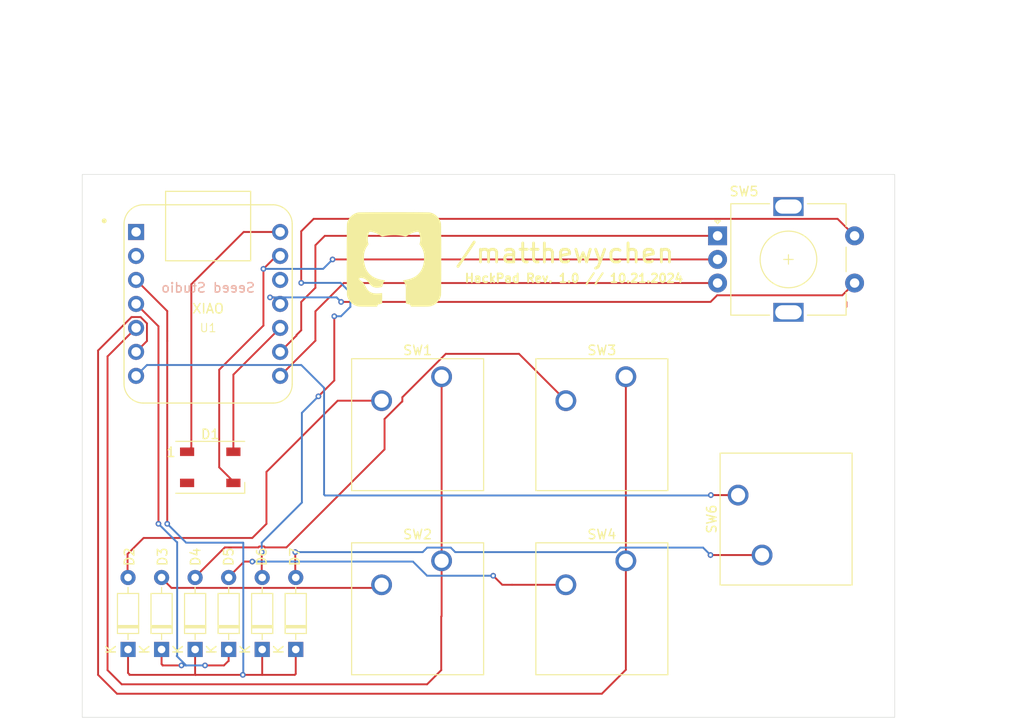
<source format=kicad_pcb>
(kicad_pcb (version 20240108) (generator "pcbnew") (generator_version "8.0")
  (title_block (title "HackPad") (date "2024-10-10") (rev "1.0") (company "Hack Club") (comment 1 "Matthew Chen for"))
  (layers (0 "F.Cu" signal) (31 "B.Cu" signal) (34 "B.Paste" user) (35 "F.Paste" user) (36 "B.SilkS" user "B.Silkscreen") (37 "F.SilkS" user "F.Silkscreen") (38 "B.Mask" user) (39 "F.Mask" user) (44 "Edge.Cuts" user))
  (net 0 "")
  (net 2 "Net-(D1-DIN)")
  (net 3 "GND")
  (net 4 "VCC")
  (net 5 "Net-(D2-K)")
  (net 6 "Net-(D2-A)")
  (net 7 "Net-(D3-K)")
  (net 8 "Net-(D3-A)")
  (net 9 "Net-(D4-A)")
  (net 10 "Net-(D5-A)")
  (net 11 "Net-(D6-A)")
  (net 12 "Net-(D7-A)")
  (net 13 "Net-(U1-PB09_A7_D7_RX)")
  (net 14 "Net-(U1-PA7_A8_D8_SCK)")
  (net 15 "/C3")
  (net 19 "/C0")
  (net 20 "/C2")
  (net 21 "Net-(U1-PB08_A6_D6_TX)")
  (footprint "Button_Switch_Keyboard:SW_Cherry_MX_2.00u_PCB" (layer "F.Cu") (at 169.537056 102.44 90)
    (property "Reference" "SW6" (at -2.54 -2.794 90) (layer "F.SilkS"))
    (property "Value" "SW_Push_45deg")
    (fp_line (start 4.445 -1.905) (end 4.445 12.065) (stroke (width 0.12)) (layer "F.SilkS"))
    (fp_line (start -9.525 -1.905) (end 4.445 -1.905) (stroke (width 0.12)) (layer "F.SilkS"))
    (fp_line (start 4.445 12.065) (end -9.525 12.065) (stroke (width 0.12)) (layer "F.SilkS"))
    (fp_line (start -9.525 12.065) (end -9.525 -1.905) (stroke (width 0.12)) (layer "F.SilkS"))
    (pad "" np_thru_hole circle (at -14.44 -1.92 90) (size 3.05 3.05) (drill 3.05) (layers "*.Cu" "*.Mask"))
    (pad "" np_thru_hole circle (at -14.44 13.32 90) (size 4 4) (drill 4) (layers "*.Cu" "*.Mask"))
    (pad "" np_thru_hole circle (at -7.62 5.08 90) (size 1.7 1.7) (drill 1.7) (layers "*.Cu" "*.Mask"))
    (pad "" np_thru_hole circle (at -2.54 5.08 90) (size 4 4) (drill 4) (layers "*.Cu" "*.Mask"))
    (pad "" np_thru_hole circle (at 2.54 5.08 90) (size 1.7 1.7) (drill 1.7) (layers "*.Cu" "*.Mask"))
    (pad "" np_thru_hole circle (at 9.36 -1.92 90) (size 3.05 3.05) (drill 3.05) (layers "*.Cu" "*.Mask"))
    (pad "" np_thru_hole circle (at 9.36 13.32 90) (size 4 4) (drill 4) (layers "*.Cu" "*.Mask"))
    (pad "1" thru_hole circle (at 0 0 90) (size 2.2 2.2) (drill 1.5) (layers "*.Cu" "*.Mask") (net 21 "Net-(U1-PB08_A6_D6_TX)"))
    (pad "2" thru_hole circle (at -6.35 2.54 90) (size 2.2 2.2) (drill 1.5) (layers "*.Cu" "*.Mask") (net 12 "Net-(D7-A)"))
  )
  (footprint "Button_Switch_Keyboard:SW_Cherry_MX_1.00u_PCB" (layer "F.Cu") (at 157.657056 109.4)
    (property "Reference" "SW4" (at -2.54 -2.794 0) (layer "F.SilkS"))
    (property "Value" "SW_Push_45deg")
    (fp_line (start -9.525 -1.905) (end 4.445 -1.905) (stroke (width 0.12)) (layer "F.SilkS"))
    (fp_line (start -9.525 12.065) (end -9.525 -1.905) (stroke (width 0.12)) (layer "F.SilkS"))
    (fp_line (start 4.445 -1.905) (end 4.445 12.065) (stroke (width 0.12)) (layer "F.SilkS"))
    (fp_line (start 4.445 12.065) (end -9.525 12.065) (stroke (width 0.12)) (layer "F.SilkS"))
    (pad "" np_thru_hole circle (at -7.62 5.08) (size 1.7 1.7) (drill 1.7) (layers "*.Cu" "*.Mask"))
    (pad "" np_thru_hole circle (at -2.54 5.08) (size 4 4) (drill 4) (layers "*.Cu" "*.Mask"))
    (pad "" np_thru_hole circle (at 2.54 5.08) (size 1.7 1.7) (drill 1.7) (layers "*.Cu" "*.Mask"))
    (pad "1" thru_hole circle (at 0 0) (size 2.2 2.2) (drill 1.5) (layers "*.Cu" "*.Mask") (net 20 "/C2"))
    (pad "2" thru_hole circle (at -6.35 2.54) (size 2.2 2.2) (drill 1.5) (layers "*.Cu" "*.Mask") (net 10 "Net-(D5-A)"))
  )
  (footprint "Button_Switch_Keyboard:SW_Cherry_MX_1.00u_PCB" (layer "F.Cu") (at 138.157056 109.4)
    (property "Reference" "SW2" (at -2.54 -2.794 0) (layer "F.SilkS"))
    (property "Value" "SW_Push_45deg")
    (fp_line (start -9.525 -1.905) (end 4.445 -1.905) (stroke (width 0.12)) (layer "F.SilkS"))
    (fp_line (start -9.525 12.065) (end -9.525 -1.905) (stroke (width 0.12)) (layer "F.SilkS"))
    (fp_line (start 4.445 -1.905) (end 4.445 12.065) (stroke (width 0.12)) (layer "F.SilkS"))
    (fp_line (start 4.445 12.065) (end -9.525 12.065) (stroke (width 0.12)) (layer "F.SilkS"))
    (pad "" np_thru_hole circle (at -7.62 5.08) (size 1.7 1.7) (drill 1.7) (layers "*.Cu" "*.Mask"))
    (pad "" np_thru_hole circle (at -2.54 5.08) (size 4 4) (drill 4) (layers "*.Cu" "*.Mask"))
    (pad "" np_thru_hole circle (at 2.54 5.08) (size 1.7 1.7) (drill 1.7) (layers "*.Cu" "*.Mask"))
    (pad "1" thru_hole circle (at 0 0) (size 2.2 2.2) (drill 1.5) (layers "*.Cu" "*.Mask") (net 19 "/C0"))
    (pad "2" thru_hole circle (at -6.35 2.54) (size 2.2 2.2) (drill 1.5) (layers "*.Cu" "*.Mask") (net 8 "Net-(D3-A)"))
  )
  (footprint "footprints:XIAO-Generic-Thruhole-14P-2.54-21X17.8MM" (layer "F.Cu") (at 113.443188 82.192015)
    (property "Reference" "U1" (at 0 2.54 0) (layer "F.SilkS") (effects (font (size 0.889 0.889) (thickness 0.1016))))
    (property "Value" "Seeed Studio XIAO SAMD21" (hide yes))
    (fp_line (start -8.9 -8.5) (end -8.9 8.5) (stroke (width 0.127)) (layer "F.SilkS"))
    (fp_line (start -6.9 10.5) (end 6.9 10.5) (stroke (width 0.127)) (layer "F.SilkS"))
    (fp_line (start -4.5 -11.92403) (end 4.5 -11.92403) (stroke (width 0.127)) (layer "F.SilkS"))
    (fp_line (start -4.5 -4.57073) (end -4.5 -11.92403) (stroke (width 0.127)) (layer "F.SilkS"))
    (fp_line (start 4.5 -11.92403) (end 4.5 -4.57073) (stroke (width 0.127)) (layer "F.SilkS"))
    (fp_line (start 4.5 -4.57073) (end -4.5 -4.57073) (stroke (width 0.127)) (layer "F.SilkS"))
    (fp_line (start 6.9 -10.49909) (end -6.9 -10.49909) (stroke (width 0.127)) (layer "F.SilkS"))
    (fp_line (start 8.9 8.5) (end 8.9 -8.5) (stroke (width 0.127)) (layer "F.SilkS"))
    (fp_arc (start -8.9 -8.5) (mid -8.301491 -9.901491) (end -6.9 -10.5) (stroke (width 0.12)) (layer "F.SilkS"))
    (fp_arc (start -6.9 10.5) (mid -8.301423 9.901423) (end -8.9 8.5) (stroke (width 0.12)) (layer "F.SilkS"))
    (fp_arc (start 6.9 -10.5) (mid 8.301494 -9.901494) (end 8.9 -8.5) (stroke (width 0.12)) (layer "F.SilkS"))
    (fp_arc (start 8.9 8.5) (mid 8.314214 9.914214) (end 6.9 10.5) (stroke (width 0.12)) (layer "F.SilkS"))
    (fp_circle (center -11 -8.8) (end -11 -9.054) (fill solid) (layer "F.SilkS"))
    (fp_poly (pts (xy -8.887715 -8.561705) (xy -8.884667 -8.610473) (xy -8.880603 -8.659494)) (stroke (width 0.0254)) (fill none) (layer "F.SilkS"))
    (fp_poly (pts (xy 8.889492 8.521574) (xy 8.887713 8.57085) (xy 8.884665 8.619618) (xy 8.880601 8.668639) (xy 8.875268 8.717407) (xy 8.868664 8.766175) (xy 8.861044 8.81469) (xy 8.852153 8.86295) (xy 8.842248 8.910955)) (stroke (width 0.0254)) (fill none) (layer "F.SilkS"))
    (fp_text user "Seeed Studio" (at 0 -1.712015 0) (layer "B.SilkS") (effects (justify mirror)))
    (fp_text user "XIAO" (at 0 0.5 0) (layer "F.SilkS"))
    (pad "1" thru_hole rect (at -7.625 -7.62) (size 1.7 1.7) (drill 1) (layers "*.Cu" "*.Mask"))
    (pad "2" thru_hole circle (at -7.625 -5.08) (size 1.7 1.7) (drill 1) (layers "*.Cu" "*.Mask"))
    (pad "3" thru_hole circle (at -7.625 -2.54) (size 1.7 1.7) (drill 1) (layers "*.Cu" "*.Mask") (net 5 "Net-(D2-K)"))
    (pad "4" thru_hole circle (at -7.625 0) (size 1.7 1.7) (drill 1) (layers "*.Cu" "*.Mask") (net 7 "Net-(D3-K)"))
    (pad "5" thru_hole circle (at -7.625 2.54) (size 1.7 1.7) (drill 1) (layers "*.Cu" "*.Mask") (net 19 "/C0"))
    (pad "6" thru_hole circle (at -7.625 5.08 180) (size 1.7 1.7) (drill 1) (layers "*.Cu" "*.Mask") (net 20 "/C2"))
    (pad "7" thru_hole circle (at -7.625 7.62) (size 1.7 1.7) (drill 1) (layers "*.Cu" "*.Mask") (net 21 "Net-(U1-PB08_A6_D6_TX)"))
    (pad "8" thru_hole circle (at 7.625 7.62) (size 1.7 1.7) (drill 1) (layers "*.Cu" "*.Mask") (net 13 "Net-(U1-PB09_A7_D7_RX)"))
    (pad "9" thru_hole circle (at 7.625 5.08) (size 1.7 1.7) (drill 1) (layers "*.Cu" "*.Mask") (net 14 "Net-(U1-PA7_A8_D8_SCK)"))
    (pad "10" thru_hole circle (at 7.625 2.54) (size 1.7 1.7) (drill 1) (layers "*.Cu" "*.Mask") (net 2 "Net-(D1-DIN)"))
    (pad "11" thru_hole circle (at 7.625 0) (size 1.7 1.7) (drill 1) (layers "*.Cu" "*.Mask") (net 15 "/C3"))
    (pad "12" thru_hole circle (at 7.625 -2.54) (size 1.7 1.7) (drill 1) (layers "*.Cu" "*.Mask"))
    (pad "13" thru_hole circle (at 7.625 -5.08) (size 1.7 1.7) (drill 1) (layers "*.Cu" "*.Mask") (net 3 "GND"))
    (pad "14" thru_hole circle (at 7.625 -7.62) (size 1.7 1.7) (drill 1) (layers "*.Cu" "*.Mask") (net 4 "VCC"))
  )
  (footprint "Diode_THT:D_DO-35_SOD27_P7.62mm_Horizontal" (layer "F.Cu") (at 108.517056 118.79 90)
    (property "Reference" "D3" (at 9.81 0.1 90) (layer "F.SilkS"))
    (property "Value" "D")
    (fp_line (start 5.93 -1.12) (end 1.69 -1.12) (stroke (width 0.12)) (layer "F.SilkS"))
    (fp_line (start 2.53 -1.12) (end 2.53 1.12) (stroke (width 0.12)) (layer "F.SilkS"))
    (fp_line (start 2.41 -1.12) (end 2.41 1.12) (stroke (width 0.12)) (layer "F.SilkS"))
    (fp_line (start 2.29 -1.12) (end 2.29 1.12) (stroke (width 0.12)) (layer "F.SilkS"))
    (fp_line (start 1.69 -1.12) (end 1.69 1.12) (stroke (width 0.12)) (layer "F.SilkS"))
    (fp_line (start 6.58 0) (end 5.93 0) (stroke (width 0.12)) (layer "F.SilkS"))
    (fp_line (start 1.04 0) (end 1.69 0) (stroke (width 0.12)) (layer "F.SilkS"))
    (fp_line (start 5.93 1.12) (end 5.93 -1.12) (stroke (width 0.12)) (layer "F.SilkS"))
    (fp_line (start 1.69 1.12) (end 5.93 1.12) (stroke (width 0.12)) (layer "F.SilkS"))
    (fp_text user "K" (at 0 -1.8 90) (layer "F.SilkS"))
    (pad "1" thru_hole rect (at 0 0 90) (size 1.6 1.6) (drill 0.8) (layers "*.Cu" "*.Mask") (net 7 "Net-(D3-K)"))
    (pad "2" thru_hole oval (at 7.62 0 90) (size 1.6 1.6) (drill 0.8) (layers "*.Cu" "*.Mask") (net 8 "Net-(D3-A)"))
  )
  (footprint "Button_Switch_Keyboard:SW_Cherry_MX_1.00u_PCB" (layer "F.Cu") (at 157.657056 89.9)
    (property "Reference" "SW3" (at -2.54 -2.794 0) (layer "F.SilkS"))
    (property "Value" "SW_Push_45deg")
    (fp_line (start -9.525 -1.905) (end 4.445 -1.905) (stroke (width 0.12)) (layer "F.SilkS"))
    (fp_line (start -9.525 12.065) (end -9.525 -1.905) (stroke (width 0.12)) (layer "F.SilkS"))
    (fp_line (start 4.445 -1.905) (end 4.445 12.065) (stroke (width 0.12)) (layer "F.SilkS"))
    (fp_line (start 4.445 12.065) (end -9.525 12.065) (stroke (width 0.12)) (layer "F.SilkS"))
    (pad "" np_thru_hole circle (at -7.62 5.08) (size 1.7 1.7) (drill 1.7) (layers "*.Cu" "*.Mask"))
    (pad "" np_thru_hole circle (at -2.54 5.08) (size 4 4) (drill 4) (layers "*.Cu" "*.Mask"))
    (pad "" np_thru_hole circle (at 2.54 5.08) (size 1.7 1.7) (drill 1.7) (layers "*.Cu" "*.Mask"))
    (pad "1" thru_hole circle (at 0 0) (size 2.2 2.2) (drill 1.5) (layers "*.Cu" "*.Mask") (net 20 "/C2"))
    (pad "2" thru_hole circle (at -6.35 2.54) (size 2.2 2.2) (drill 1.5) (layers "*.Cu" "*.Mask") (net 9 "Net-(D4-A)"))
  )
  (footprint "Diode_THT:D_DO-35_SOD27_P7.62mm_Horizontal" (layer "F.Cu") (at 122.717056 118.79 90)
    (property "Reference" "D7" (at 9.81 -0.1 90) (layer "F.SilkS"))
    (property "Value" "D")
    (fp_line (start 5.93 -1.12) (end 1.69 -1.12) (stroke (width 0.12)) (layer "F.SilkS"))
    (fp_line (start 2.53 -1.12) (end 2.53 1.12) (stroke (width 0.12)) (layer "F.SilkS"))
    (fp_line (start 2.41 -1.12) (end 2.41 1.12) (stroke (width 0.12)) (layer "F.SilkS"))
    (fp_line (start 2.29 -1.12) (end 2.29 1.12) (stroke (width 0.12)) (layer "F.SilkS"))
    (fp_line (start 1.69 -1.12) (end 1.69 1.12) (stroke (width 0.12)) (layer "F.SilkS"))
    (fp_line (start 6.58 0) (end 5.93 0) (stroke (width 0.12)) (layer "F.SilkS"))
    (fp_line (start 1.04 0) (end 1.69 0) (stroke (width 0.12)) (layer "F.SilkS"))
    (fp_line (start 5.93 1.12) (end 5.93 -1.12) (stroke (width 0.12)) (layer "F.SilkS"))
    (fp_line (start 1.69 1.12) (end 5.93 1.12) (stroke (width 0.12)) (layer "F.SilkS"))
    (fp_text user "K" (at 0 -1.8 90) (layer "F.SilkS"))
    (pad "1" thru_hole rect (at 0 0 90) (size 1.6 1.6) (drill 0.8) (layers "*.Cu" "*.Mask") (net 5 "Net-(D2-K)"))
    (pad "2" thru_hole oval (at 7.62 0 90) (size 1.6 1.6) (drill 0.8) (layers "*.Cu" "*.Mask") (net 12 "Net-(D7-A)"))
  )
  (footprint "Diode_THT:D_DO-35_SOD27_P7.62mm_Horizontal" (layer "F.Cu") (at 112.067056 118.79 90)
    (property "Reference" "D4" (at 9.81 0.05 90) (layer "F.SilkS"))
    (property "Value" "D")
    (fp_line (start 5.93 -1.12) (end 1.69 -1.12) (stroke (width 0.12)) (layer "F.SilkS"))
    (fp_line (start 2.53 -1.12) (end 2.53 1.12) (stroke (width 0.12)) (layer "F.SilkS"))
    (fp_line (start 2.41 -1.12) (end 2.41 1.12) (stroke (width 0.12)) (layer "F.SilkS"))
    (fp_line (start 2.29 -1.12) (end 2.29 1.12) (stroke (width 0.12)) (layer "F.SilkS"))
    (fp_line (start 1.69 -1.12) (end 1.69 1.12) (stroke (width 0.12)) (layer "F.SilkS"))
    (fp_line (start 6.58 0) (end 5.93 0) (stroke (width 0.12)) (layer "F.SilkS"))
    (fp_line (start 1.04 0) (end 1.69 0) (stroke (width 0.12)) (layer "F.SilkS"))
    (fp_line (start 5.93 1.12) (end 5.93 -1.12) (stroke (width 0.12)) (layer "F.SilkS"))
    (fp_line (start 1.69 1.12) (end 5.93 1.12) (stroke (width 0.12)) (layer "F.SilkS"))
    (fp_text user "K" (at 0 -1.8 90) (layer "F.SilkS"))
    (pad "1" thru_hole rect (at 0 0 90) (size 1.6 1.6) (drill 0.8) (layers "*.Cu" "*.Mask") (net 5 "Net-(D2-K)"))
    (pad "2" thru_hole oval (at 7.62 0 90) (size 1.6 1.6) (drill 0.8) (layers "*.Cu" "*.Mask") (net 9 "Net-(D4-A)"))
  )
  (footprint "Button_Switch_Keyboard:SW_Cherry_MX_1.00u_PCB" (layer "F.Cu") (at 138.157056 89.9)
    (property "Reference" "SW1" (at -2.54 -2.794 0) (layer "F.SilkS"))
    (property "Value" "SW_Push_45deg")
    (fp_line (start -9.525 -1.905) (end 4.445 -1.905) (stroke (width 0.12)) (layer "F.SilkS"))
    (fp_line (start -9.525 12.065) (end -9.525 -1.905) (stroke (width 0.12)) (layer "F.SilkS"))
    (fp_line (start 4.445 -1.905) (end 4.445 12.065) (stroke (width 0.12)) (layer "F.SilkS"))
    (fp_line (start 4.445 12.065) (end -9.525 12.065) (stroke (width 0.12)) (layer "F.SilkS"))
    (pad "" np_thru_hole circle (at -7.62 5.08) (size 1.7 1.7) (drill 1.7) (layers "*.Cu" "*.Mask"))
    (pad "" np_thru_hole circle (at -2.54 5.08) (size 4 4) (drill 4) (layers "*.Cu" "*.Mask"))
    (pad "" np_thru_hole circle (at 2.54 5.08) (size 1.7 1.7) (drill 1.7) (layers "*.Cu" "*.Mask"))
    (pad "1" thru_hole circle (at 0 0) (size 2.2 2.2) (drill 1.5) (layers "*.Cu" "*.Mask") (net 19 "/C0"))
    (pad "2" thru_hole circle (at -6.35 2.54) (size 2.2 2.2) (drill 1.5) (layers "*.Cu" "*.Mask") (net 6 "Net-(D2-A)"))
  )
  (footprint "Diode_THT:D_DO-35_SOD27_P7.62mm_Horizontal" (layer "F.Cu") (at 104.967056 118.79 90)
    (property "Reference" "D2" (at 9.81 0.15 90) (layer "F.SilkS"))
    (property "Value" "D")
    (fp_line (start 5.93 -1.12) (end 1.69 -1.12) (stroke (width 0.12)) (layer "F.SilkS"))
    (fp_line (start 2.53 -1.12) (end 2.53 1.12) (stroke (width 0.12)) (layer "F.SilkS"))
    (fp_line (start 2.41 -1.12) (end 2.41 1.12) (stroke (width 0.12)) (layer "F.SilkS"))
    (fp_line (start 2.29 -1.12) (end 2.29 1.12) (stroke (width 0.12)) (layer "F.SilkS"))
    (fp_line (start 1.69 -1.12) (end 1.69 1.12) (stroke (width 0.12)) (layer "F.SilkS"))
    (fp_line (start 6.58 0) (end 5.93 0) (stroke (width 0.12)) (layer "F.SilkS"))
    (fp_line (start 1.04 0) (end 1.69 0) (stroke (width 0.12)) (layer "F.SilkS"))
    (fp_line (start 5.93 1.12) (end 5.93 -1.12) (stroke (width 0.12)) (layer "F.SilkS"))
    (fp_line (start 1.69 1.12) (end 5.93 1.12) (stroke (width 0.12)) (layer "F.SilkS"))
    (fp_text user "K" (at 0 -1.8 90) (layer "F.SilkS"))
    (pad "1" thru_hole rect (at 0 0 90) (size 1.6 1.6) (drill 0.8) (layers "*.Cu" "*.Mask") (net 5 "Net-(D2-K)"))
    (pad "2" thru_hole oval (at 7.62 0 90) (size 1.6 1.6) (drill 0.8) (layers "*.Cu" "*.Mask") (net 6 "Net-(D2-A)"))
  )
  (footprint "LED_SMD:LED_WS2812B_PLCC4_5.0x5.0mm_P3.2mm" (layer "F.Cu") (at 113.667056 99.5)
    (property "Reference" "D1" (at 0 -3.5 0) (layer "F.SilkS"))
    (property "Value" "WS2812B")
    (fp_line (start -3.65 -2.75) (end 3.65 -2.75) (stroke (width 0.12)) (layer "F.SilkS"))
    (fp_line (start -3.65 2.75) (end 3.65 2.75) (stroke (width 0.12)) (layer "F.SilkS"))
    (fp_line (start 3.65 2.75) (end 3.65 1.6) (stroke (width 0.12)) (layer "F.SilkS"))
    (fp_text user "1" (at -4.15 -1.6 0) (layer "F.SilkS"))
    (pad "1" smd rect (at -2.45 -1.65) (size 1.5 0.9) (layers "F.Cu" "F.Paste" "F.Mask") (net 4 "VCC"))
    (pad "2" smd rect (at -2.45 1.65) (size 1.5 0.9) (layers "F.Cu" "F.Paste" "F.Mask"))
    (pad "3" smd rect (at 2.45 1.65) (size 1.5 0.9) (layers "F.Cu" "F.Paste" "F.Mask") (net 3 "GND"))
    (pad "4" smd rect (at 2.45 -1.65) (size 1.5 0.9) (layers "F.Cu" "F.Paste" "F.Mask") (net 2 "Net-(D1-DIN)"))
  )
  (footprint "Diode_THT:D_DO-35_SOD27_P7.62mm_Horizontal" (layer "F.Cu") (at 115.617056 118.79 90)
    (property "Reference" "D5" (at 9.81 0 90) (layer "F.SilkS"))
    (property "Value" "D")
    (fp_line (start 5.93 -1.12) (end 1.69 -1.12) (stroke (width 0.12)) (layer "F.SilkS"))
    (fp_line (start 2.53 -1.12) (end 2.53 1.12) (stroke (width 0.12)) (layer "F.SilkS"))
    (fp_line (start 2.41 -1.12) (end 2.41 1.12) (stroke (width 0.12)) (layer "F.SilkS"))
    (fp_line (start 2.29 -1.12) (end 2.29 1.12) (stroke (width 0.12)) (layer "F.SilkS"))
    (fp_line (start 1.69 -1.12) (end 1.69 1.12) (stroke (width 0.12)) (layer "F.SilkS"))
    (fp_line (start 6.58 0) (end 5.93 0) (stroke (width 0.12)) (layer "F.SilkS"))
    (fp_line (start 1.04 0) (end 1.69 0) (stroke (width 0.12)) (layer "F.SilkS"))
    (fp_line (start 5.93 1.12) (end 5.93 -1.12) (stroke (width 0.12)) (layer "F.SilkS"))
    (fp_line (start 1.69 1.12) (end 5.93 1.12) (stroke (width 0.12)) (layer "F.SilkS"))
    (fp_text user "K" (at 0 -1.8 90) (layer "F.SilkS"))
    (pad "1" thru_hole rect (at 0 0 90) (size 1.6 1.6) (drill 0.8) (layers "*.Cu" "*.Mask") (net 7 "Net-(D3-K)"))
    (pad "2" thru_hole oval (at 7.62 0 90) (size 1.6 1.6) (drill 0.8) (layers "*.Cu" "*.Mask") (net 10 "Net-(D5-A)"))
  )
  (footprint "Diode_THT:D_DO-35_SOD27_P7.62mm_Horizontal" (layer "F.Cu") (at 119.167056 118.79 90)
    (property "Reference" "D6" (at 9.81 -0.05 90) (layer "F.SilkS"))
    (property "Value" "D")
    (fp_line (start 5.93 -1.12) (end 1.69 -1.12) (stroke (width 0.12)) (layer "F.SilkS"))
    (fp_line (start 2.53 -1.12) (end 2.53 1.12) (stroke (width 0.12)) (layer "F.SilkS"))
    (fp_line (start 2.41 -1.12) (end 2.41 1.12) (stroke (width 0.12)) (layer "F.SilkS"))
    (fp_line (start 2.29 -1.12) (end 2.29 1.12) (stroke (width 0.12)) (layer "F.SilkS"))
    (fp_line (start 1.69 -1.12) (end 1.69 1.12) (stroke (width 0.12)) (layer "F.SilkS"))
    (fp_line (start 6.58 0) (end 5.93 0) (stroke (width 0.12)) (layer "F.SilkS"))
    (fp_line (start 1.04 0) (end 1.69 0) (stroke (width 0.12)) (layer "F.SilkS"))
    (fp_line (start 5.93 1.12) (end 5.93 -1.12) (stroke (width 0.12)) (layer "F.SilkS"))
    (fp_line (start 1.69 1.12) (end 5.93 1.12) (stroke (width 0.12)) (layer "F.SilkS"))
    (fp_text user "K" (at 0 -1.8 90) (layer "F.SilkS"))
    (pad "1" thru_hole rect (at 0 0 90) (size 1.6 1.6) (drill 0.8) (layers "*.Cu" "*.Mask") (net 5 "Net-(D2-K)"))
    (pad "2" thru_hole oval (at 7.62 0 90) (size 1.6 1.6) (drill 0.8) (layers "*.Cu" "*.Mask") (net 11 "Net-(D6-A)"))
  )
  (footprint "Rotary_Encoder:RotaryEncoder_Alps_EC11E-Switch_Vertical_H20mm" (layer "F.Cu") (at 167.367056 74.98)
    (property "Reference" "SW5" (at 2.8 -4.7 0) (layer "F.SilkS"))
    (property "Value" "RotaryEncoder_Switch")
    (fp_line (start -0.3 -1.6) (end 0.3 -1.6) (stroke (width 0.12)) (layer "F.SilkS"))
    (fp_line (start 0 -1.3) (end -0.3 -1.6) (stroke (width 0.12)) (layer "F.SilkS"))
    (fp_line (start 0.3 -1.6) (end 0 -1.3) (stroke (width 0.12)) (layer "F.SilkS"))
    (fp_line (start 1.4 -3.4) (end 1.4 8.4) (stroke (width 0.12)) (layer "F.SilkS"))
    (fp_line (start 5.5 -3.4) (end 1.4 -3.4) (stroke (width 0.12)) (layer "F.SilkS"))
    (fp_line (start 5.5 8.4) (end 1.4 8.4) (stroke (width 0.12)) (layer "F.SilkS"))
    (fp_line (start 7 2.5) (end 8 2.5) (stroke (width 0.12)) (layer "F.SilkS"))
    (fp_line (start 7.5 2) (end 7.5 3) (stroke (width 0.12)) (layer "F.SilkS"))
    (fp_line (start 9.5 -3.4) (end 13.6 -3.4) (stroke (width 0.12)) (layer "F.SilkS"))
    (fp_line (start 13.6 -3.4) (end 13.6 -1) (stroke (width 0.12)) (layer "F.SilkS"))
    (fp_line (start 13.6 1.2) (end 13.6 3.8) (stroke (width 0.12)) (layer "F.SilkS"))
    (fp_line (start 13.6 6) (end 13.6 8.4) (stroke (width 0.12)) (layer "F.SilkS"))
    (fp_line (start 13.6 8.4) (end 9.5 8.4) (stroke (width 0.12)) (layer "F.SilkS"))
    (fp_circle (center 7.5 2.5) (end 10.5 2.5) (stroke (width 0.12)) (fill none) (layer "F.SilkS"))
    (pad "A" thru_hole rect (at 0 0) (size 2 2) (drill 1) (layers "*.Cu" "*.Mask") (net 14 "Net-(U1-PA7_A8_D8_SCK)"))
    (pad "B" thru_hole circle (at 0 5) (size 2 2) (drill 1) (layers "*.Cu" "*.Mask") (net 13 "Net-(U1-PB09_A7_D7_RX)"))
    (pad "C" thru_hole circle (at 0 2.5) (size 2 2) (drill 1) (layers "*.Cu" "*.Mask") (net 3 "GND"))
    (pad "MP" thru_hole rect (at 7.5 -3.1) (size 3.2 2) (drill oval 2.8 1.5) (layers "*.Cu" "*.Mask"))
    (pad "MP" thru_hole rect (at 7.5 8.1) (size 3.2 2) (drill oval 2.8 1.5) (layers "*.Cu" "*.Mask"))
    (pad "S1" thru_hole circle (at 14.5 5) (size 2 2) (drill 1) (layers "*.Cu" "*.Mask") (net 15 "/C3"))
    (pad "S2" thru_hole circle (at 14.5 0) (size 2 2) (drill 1) (layers "*.Cu" "*.Mask") (net 11 "Net-(D6-A)"))
  )
  (footprint "footprints:GH LOGO" (layer "F.Cu") (at 133.117056 77.48)
    (property "Reference" "G***" (hide yes))
    (property "Value" "LOGO" (hide yes))
    (fp_poly (pts (xy 0.189553 -5.004484) (xy 0.527156 -5.004241) (xy 0.861054 -5.003768) (xy 1.188869 -5.003065) (xy 1.508224 -5.002133) (xy 1.816742 -5.000972) (xy 2.112047 -4.99958) (xy 2.391762 -4.997959) (xy 2.65351 -4.996108) (xy 2.894915 -4.994028) (xy 3.113598 -4.991717) (xy 3.307185 -4.989177) (xy 3.473297 -4.986408) (xy 3.609559 -4.983408) (xy 3.713592 -4.980179) (xy 3.783021 -4.976721) (xy 3.813632 -4.973482) (xy 4.033991 -4.910166) (xy 4.23415 -4.816644) (xy 4.41969 -4.689847) (xy 4.561867 -4.561868) (xy 4.717606 -4.384027) (xy 4.837604 -4.196048) (xy 4.924932 -3.992351) (xy 4.973481 -3.813633) (xy 4.977142 -3.776675) (xy 4.980574 -3.703017) (xy 4.983775 -3.595037) (xy 4.986747 -3.455112) (xy 4.98949 -3.285617) (xy 4.992003 -3.08893) (xy 4.994286 -2.867427) (xy 4.996339 -2.623486) (xy 4.998163 -2.359483) (xy 4.999757 -2.077795) (xy 5.001121 -1.780798) (xy 5.002256 -1.470871) (xy 5.003161 -1.150388) (xy 5.003836 -0.821728) (xy 5.004282 -0.487266) (xy 5.004498 -0.149381) (xy 5.004484 0.189553) (xy 5.004241 0.527156) (xy 5.003768 0.861054) (xy 5.003065 1.188869) (xy 5.002133 1.508224) (xy 5.000971 1.816742) (xy 4.99958 2.112047) (xy 4.997958 2.391762) (xy 4.996107 2.65351) (xy 4.994027 2.894915) (xy 4.991717 3.113598) (xy 4.989177 3.307185) (xy 4.986407 3.473297) (xy 4.983408 3.609559) (xy 4.980179 3.713592) (xy 4.97672 3.783021) (xy 4.973481 3.813632) (xy 4.910165 4.033991) (xy 4.816643 4.23415) (xy 4.689846 4.41969) (xy 4.561867 4.561867) (xy 4.424786 4.687203) (xy 4.288808 4.785073) (xy 4.140724 4.864373) (xy 4.06331 4.897711) (xy 4.006049 4.920183) (xy 3.952163 4.939151) (xy 3.89783 4.95491) (xy 3.839229 4.96776) (xy 3.77254 4.977996) (xy 3.693943 4.985918) (xy 3.599616 4.991823) (xy 3.485739 4.996007) (xy 3.348492 4.998769) (xy 3.184053 5.000406) (xy 2.988603 5.001215) (xy 2.75832 5.001495) (xy 2.7305 5.001507) (xy 1.778 5.001846) (xy 1.777927 4.957884) (xy 1.764749 4.902943) (xy 1.732312 4.840854) (xy 1.691033 4.789158) (xy 1.666699 4.770608) (xy 1.628694 4.758089) (xy 1.567087 4.745278) (xy 1.51423 4.737437) (xy 1.420547 4.723378) (xy 1.35677 4.706077) (xy 1.313732 4.681795) (xy 1.282265 4.646792) (xy 1.278581 4.641313) (xy 1.270669 4.626128) (xy 1.264173 4.604607) (xy 1.258972 4.573163) (xy 1.254948 4.528204) (xy 1.251982 4.466143) (xy 1.249956 4.38339) (xy 1.24875 4.276356) (xy 1.248246 4.141452) (xy 1.248325 3.975087) (xy 1.248867 3.773674) (xy 1.248959 3.746557) (xy 1.249576 3.540935) (xy 1.249773 3.370273) (xy 1.249398 3.230457) (xy 1.248298 3.117369) (xy 1.24632 3.026895) (xy 1.243313 2.954918) (xy 1.239123 2.897324) (xy 1.233597 2.849996) (xy 1.226583 2.80882) (xy 1.217928 2.769678) (xy 1.211806 2.745154) (xy 1.15698 2.570927) (xy 1.08871 2.427485) (xy 1.00457 2.308894) (xy 0.967016 2.262835) (xy 0.944097 2.230409) (xy 0.940408 2.220359) (xy 0.961149 2.215338) (xy 1.013565 2.204905) (xy 1.090832 2.190355) (xy 1.186128 2.172988) (xy 1.240692 2.163248) (xy 1.544158 2.098271) (xy 1.81501 2.016108) (xy 2.056409 1.915293) (xy 2.271517 1.794357) (xy 2.463497 1.651833) (xy 2.584873 1.539388) (xy 2.755773 1.338933) (xy 2.898886 1.111341) (xy 3.01389 0.85727) (xy 3.100463 0.577378) (xy 3.136276 0.410307) (xy 3.15524 0.279429) (xy 3.169264 0.126619) (xy 3.178157 -0.038243) (xy 3.181729 -0.205277) (xy 3.179788 -0.364603) (xy 3.172144 -0.506342) (xy 3.158603 -0.620614) (xy 3.156462 -0.632605) (xy 3.085793 -0.906643) (xy 2.979648 -1.164475) (xy 2.838351 -1.405359) (xy 2.784549 -1.48036) (xy 2.695957 -1.598213) (xy 2.735072 -1.761376) (xy 2.766314 -1.953124) (xy 2.774324 -2.130989) (xy 2.770799 -2.281972) (xy 2.758385 -2.414881) (xy 2.734658 -2.545838) (xy 2.697192 -2.690966) (xy 2.682603 -2.740704) (xy 2.653999 -2.830129) (xy 2.626606 -2.887677) (xy 2.591615 -2.919243) (xy 2.540217 -2.930721) (xy 2.463602 -2.928003) (xy 2.410302 -2.922878) (xy 2.264589 -2.896729) (xy 2.097244 -2.847442) (xy 1.915649 -2.77805) (xy 1.72719 -2.691587) (xy 1.539252 -2.591088) (xy 1.406317 -2.510403) (xy 1.338869 -2.46972) (xy 1.280635 -2.439169) (xy 1.241734 -2.423925) (xy 1.235607 -2.423104) (xy 1.201028 -2.428086) (xy 1.14085 -2.440939) (xy 1.067118 -2.459056) (xy 1.055077 -2.462214) (xy 0.810328 -2.514659) (xy 0.53877 -2.551104) (xy 0.249257 -2.571517) (xy -0.049353 -2.575862) (xy -0.348205 -2.564106) (xy -0.638442 -2.536216) (xy -0.911208 -2.492156) (xy -1.012848 -2.470136) (xy -1.098918 -2.450533) (xy -1.172325 -2.434884) (xy -1.2238 -2.425104) (xy -1.242225 -2.42277) (xy -1.270549 -2.432798) (xy -1.321708 -2.459461) (xy -1.386084 -2.497621) (xy -1.406318 -2.510403) (xy -1.589197 -2.619252) (xy -1.778 -2.716284) (xy -1.965342 -2.798466) (xy -2.143839 -2.862762) (xy -2.306107 -2.90614) (xy -2.410303 -2.922878) (xy -2.503687 -2.93069) (xy -2.567229 -2.927402) (xy -2.609737 -2.90712) (xy -2.640022 -2.86395) (xy -2.666892 -2.791999) (xy -2.682604 -2.740704) (xy -2.724761 -2.588014) (xy -2.752436 -2.454431) (xy -2.768055 -2.323833) (xy -2.774044 -2.180095) (xy -2.774325 -2.130989) (xy -2.762545 -1.917627) (xy -2.735073 -1.761376) (xy -2.695958 -1.598213) (xy -2.78455 -1.48036) (xy -2.937277 -1.245179) (xy -3.055005 -0.992688) (xy -3.137495 -0.723435) (xy -3.156658 -0.632507) (xy -3.17165 -0.517564) (xy -3.180118 -0.374015) (xy -3.182323 -0.211736) (xy -3.178529 -0.040605) (xy -3.168995 0.129502) (xy -3.153983 0.288707) (xy -3.133756 0.427134) (xy -3.127785 0.457968) (xy -3.052006 0.750991) (xy -2.951037 1.014532) (xy -2.824121 1.249604) (xy -2.670505 1.457218) (xy -2.489434 1.638386) (xy -2.280153 1.794122) (xy -2.041907 1.925436) (xy -2.028933 1.931512) (xy -1.845675 2.009516) (xy -1.660422 2.072829) (xy -1.461311 2.124964) (xy -1.23648 2.16943) (xy -1.209526 2.174028) (xy -0.943897 2.218716) (xy -1.00887 2.303353) (xy -1.112486 2.469906) (xy -1.189363 2.664647) (xy -1.207838 2.731098) (xy -1.227669 2.802481) (xy -1.246695 2.859269) (xy -1.261169 2.890434) (xy -1.262514 2.892021) (xy -1.30162 2.91401) (xy -1.370613 2.936512) (xy -1.460374 2.957699) (xy -1.561784 2.975743) (xy -1.665722 2.988817) (xy -1.763069 2.995093) (xy -1.778 2.995349) (xy -1.954567 2.985996) (xy -2.111049 2.952643) (xy -2.252174 2.8925) (xy -2.382672 2.802776) (xy -2.507272 2.680681) (xy -2.630704 2.523424) (xy -2.667031 2.470731) (xy -2.794893 2.305694) (xy -2.935789 2.169672) (xy -3.086112 2.065172) (xy -3.242254 1.994698) (xy -3.400607 1.960757) (xy -3.401483 1.960675) (xy -3.509781 1.958299) (xy -3.596948 1.971809) (xy -3.65737 1.999725) (xy -3.684004 2.035162) (xy -3.677943 2.078437) (xy -3.638759 2.134951) (xy -3.568967 2.201917) (xy -3.471083 2.276545) (xy -3.458282 2.285394) (xy -3.348432 2.369969) (xy -3.250471 2.467023) (xy -3.159748 2.58265) (xy -3.071612 2.722949) (xy -2.981413 2.894013) (xy -2.959494 2.939171) (xy -2.875595 3.096866) (xy -2.788118 3.222993) (xy -2.690592 3.324952) (xy -2.576549 3.410146) (xy -2.516783 3.445731) (xy -2.377757 3.51321) (xy -2.235136 3.560274) (xy -2.079169 3.589118) (xy -1.900108 3.601932) (xy -1.817077 3.603062) (xy -1.70351 3.601053) (xy -1.589047 3.595583) (xy -1.48699 3.587486) (xy -1.410638 3.577596) (xy -1.410378 3.57755) (xy -1.340574 3.566171) (xy -1.287468 3.559544) (xy -1.261128 3.558888) (xy -1.260096 3.559391) (xy -1.257985 3.580104) (xy -1.255812 3.634684) (xy -1.253691 3.71792) (xy -1.251735 3.824602) (xy -1.250057 3.949519) (xy -1.248839 4.078352) (xy -1.247667 4.251007) (xy -1.248198 4.388775) (xy -1.252119 4.495844) (xy -1.261117 4.576404) (xy -1.276879 4.634645) (xy -1.301091 4.674755) (xy -1.335442 4.700924) (xy -1.381617 4.717341) (xy -1.441303 4.728195) (xy -1.514231 4.737437) (xy -1.583517 4.74826) (xy -1.640763 4.761307) (xy -1.6667 4.770608) (xy -1.708306 4.807907) (xy -1.74723 4.86597) (xy -1.773054 4.927257) (xy -1.777927 4.957884) (xy -1.778 5.001846) (xy -2.74027 5.000293) (xy -2.980672 4.999619) (xy -3.184854 4.998389) (xy -3.355672 4.99653) (xy -3.495978 4.993967) (xy -3.608628 4.990629) (xy -3.696476 4.986442) (xy -3.762376 4.981334) (xy -3.809183 4.975232) (xy -3.822401 4.972672) (xy -4.044168 4.906804) (xy -4.247383 4.808765) (xy -4.436179 4.676258) (xy -4.561868 4.561867) (xy -4.717606 4.384027) (xy -4.837605 4.196048) (xy -4.924932 3.99235) (xy -4.973482 3.813632) (xy -4.977143 3.776674) (xy -4.980574 3.703017) (xy -4.983776 3.595037) (xy -4.986748 3.455111) (xy -4.989491 3.285616) (xy -4.992003 3.088929) (xy -4.994286 2.867426) (xy -4.99634 2.623485) (xy -4.998163 2.359482) (xy -4.999757 2.077794) (xy -5.001122 1.780798) (xy -5.002255 1.47087) (xy -5.00316 1.150387) (xy -5.003836 0.821727) (xy -5.004282 0.487266) (xy -5.004498 0.14938) (xy -5.004484 -0.189553) (xy -5.004241 -0.527157) (xy -5.003768 -0.861055) (xy -5.003065 -1.188869) (xy -5.002133 -1.508224) (xy -5.000972 -1.816743) (xy -4.99958 -2.112048) (xy -4.997959 -2.391763) (xy -4.996108 -2.653511) (xy -4.994028 -2.894915) (xy -4.991717 -3.113599) (xy -4.989177 -3.307186) (xy -4.986408 -3.473298) (xy -4.983408 -3.609559) (xy -4.980179 -3.713593) (xy -4.976721 -3.783022) (xy -4.973482 -3.813633) (xy -4.910166 -4.033992) (xy -4.816644 -4.234151) (xy -4.689847 -4.419691) (xy -4.561868 -4.561868) (xy -4.384027 -4.717606) (xy -4.196048 -4.837605) (xy -3.992351 -4.924932) (xy -3.813633 -4.973482) (xy -3.776675 -4.977143) (xy -3.703017 -4.980574) (xy -3.595037 -4.983776) (xy -3.455112 -4.986748) (xy -3.285617 -4.989491) (xy -3.08893 -4.992003) (xy -2.867427 -4.994286) (xy -2.623486 -4.99634) (xy -2.359483 -4.998163) (xy -2.077795 -4.999757) (xy -1.780798 -5.001122) (xy -1.470871 -5.002255) (xy -1.150388 -5.00316) (xy -0.821728 -5.003836) (xy -0.487266 -5.004282) (xy -0.149381 -5.004498)) (fill solid) (layer "F.SilkS"))
  )
  (gr_rect (start 100.117056 68.48) (end 186.117056 125.98) (stroke (width 0.05)) (fill none) (layer "Edge.Cuts"))
  (gr_text "HackPad Rev. 1.0 // 10.21.2024" (at 140.5 80 0) (layer "F.SilkS") (effects (font (size 0.9 0.9) (thickness 0.2) (bold yes)) (justify left bottom)))
  (gr_text "/matthewychen\n" (at 139.5 78 0) (layer "F.SilkS") (effects (font (size 2 2) (thickness 0.3)) (justify left bottom)))
  (segment (start 181 82) (end 181 82.5) (width 0.2) (layer "F.Cu") (net 0))
  (segment (start 116.117056 89.683147) (end 116.117056 97.85) (width 0.2) (layer "F.Cu") (net 2))
  (segment (start 121.068188 84.732015) (end 116.117056 89.683147) (width 0.2) (layer "F.Cu") (net 2))
  (segment (start 114.617056 99.5) (end 114.617056 89.160882) (width 0.2) (layer "F.Cu") (net 3))
  (segment (start 119.297938 84.48) (end 119.297938 78.48) (width 0.2) (layer "F.Cu") (net 3))
  (segment (start 120.665923 77.112015) (end 121.068188 77.112015) (width 0.2) (layer "F.Cu") (net 3))
  (segment (start 114.617056 89.160882) (end 119.297938 84.48) (width 0.2) (layer "F.Cu") (net 3))
  (segment (start 119.297938 78.48) (end 120.665923 77.112015) (width 0.2) (layer "F.Cu") (net 3))
  (segment (start 116.117056 101) (end 114.617056 99.5) (width 0.2) (layer "F.Cu") (net 3))
  (segment (start 116.117056 101.15) (end 116.117056 101) (width 0.2) (layer "F.Cu") (net 3))
  (segment (start 167.367056 77.48) (end 126.617056 77.48) (width 0.2) (layer "F.Cu") (net 3))
  (via (at 119.297938 78.48) (size 0.6) (drill 0.3) (layers "F.Cu" "B.Cu") (net 3))
  (via (at 126.617056 77.48) (size 0.6) (drill 0.3) (layers "F.Cu" "B.Cu") (net 3))
  (segment (start 125.617056 78.48) (end 119.297938 78.48) (width 0.2) (layer "B.Cu") (net 3))
  (segment (start 126.617056 77.48) (end 125.617056 78.48) (width 0.2) (layer "B.Cu") (net 3))
  (segment (start 111.217056 97.85) (end 111.667056 97.4) (width 0.2) (layer "F.Cu") (net 4))
  (segment (start 117.205923 74.572015) (end 121.068188 74.572015) (width 0.2) (layer "F.Cu") (net 4))
  (segment (start 111.667056 80.110882) (end 117.205923 74.572015) (width 0.2) (layer "F.Cu") (net 4))
  (segment (start 111.667056 97.4) (end 111.667056 80.110882) (width 0.2) (layer "F.Cu") (net 4))
  (segment (start 105.117056 121.48) (end 112.117056 121.48) (width 0.2) (layer "F.Cu") (net 5))
  (segment (start 112.067056 121.43) (end 112.117056 121.48) (width 0.2) (layer "F.Cu") (net 5))
  (segment (start 105.117056 121.48) (end 105.117056 121.43) (width 0.2) (layer "F.Cu") (net 5))
  (segment (start 122.617056 121.48) (end 117.117056 121.48) (width 0.2) (layer "F.Cu") (net 5))
  (segment (start 112.117056 121.48) (end 117.117056 121.48) (width 0.2) (layer "F.Cu") (net 5))
  (segment (start 119.167056 121.48) (end 119.167056 118.79) (width 0.2) (layer "F.Cu") (net 5))
  (segment (start 109.117056 82.950883) (end 109.117056 86.117056) (width 0.2) (layer "F.Cu") (net 5))
  (segment (start 104.967056 118.79) (end 104.967056 121.28) (width 0.2) (layer "F.Cu") (net 5))
  (segment (start 105.117056 121.43) (end 104.967056 121.28) (width 0.2) (layer "F.Cu") (net 5))
  (segment (start 109.117056 86.117056) (end 109.117056 105.48) (width 0.2) (layer "F.Cu") (net 5))
  (segment (start 122.717056 121.38) (end 122.617056 121.48) (width 0.2) (layer "F.Cu") (net 5))
  (segment (start 112.067056 118.79) (end 112.067056 121.43) (width 0.2) (layer "F.Cu") (net 5))
  (segment (start 122.717056 118.79) (end 122.717056 121.38) (width 0.2) (layer "F.Cu") (net 5))
  (segment (start 105.818188 79.652015) (end 109.117056 82.950883) (width 0.2) (layer "F.Cu") (net 5))
  (via (at 109.117056 105.48) (size 0.6) (drill 0.3) (layers "F.Cu" "B.Cu") (net 5))
  (via (at 117.117056 121.48) (size 0.6) (drill 0.3) (layers "F.Cu" "B.Cu") (net 5))
  (segment (start 117.167056 107.48) (end 117.167056 121.48) (width 0.2) (layer "B.Cu") (net 5))
  (segment (start 109.117056 105.48) (end 111.117056 107.48) (width 0.2) (layer "B.Cu") (net 5))
  (segment (start 111.117056 107.48) (end 117.117056 107.48) (width 0.2) (layer "B.Cu") (net 5))
  (segment (start 127.157056 92.44) (end 119.617056 99.98) (width 0.2) (layer "F.Cu") (net 6))
  (segment (start 119.617056 105.48) (end 118.117056 106.98) (width 0.2) (layer "F.Cu") (net 6))
  (segment (start 104.917056 108.68) (end 104.917056 111.17) (width 0.2) (layer "F.Cu") (net 6))
  (segment (start 131.807056 92.44) (end 127.157056 92.44) (width 0.2) (layer "F.Cu") (net 6))
  (segment (start 106.617056 106.98) (end 104.917056 108.68) (width 0.2) (layer "F.Cu") (net 6))
  (segment (start 119.617056 99.98) (end 119.617056 105.48) (width 0.2) (layer "F.Cu") (net 6))
  (segment (start 118.117056 106.98) (end 106.617056 106.98) (width 0.2) (layer "F.Cu") (net 6))
  (segment (start 108.617056 120.48) (end 108.617056 120.43) (width 0.2) (layer "F.Cu") (net 7))
  (segment (start 115.567056 120.03) (end 115.117056 120.48) (width 0.2) (layer "F.Cu") (net 7))
  (segment (start 115.117056 120.48) (end 113.117056 120.48) (width 0.2) (layer "F.Cu") (net 7))
  (segment (start 108.187306 84.561133) (end 105.818188 82.192015) (width 0.2) (layer "F.Cu") (net 7))
  (segment (start 115.617056 118.79) (end 115.617056 120.03) (width 0.2) (layer "F.Cu") (net 7))
  (segment (start 108.617056 120.43) (end 108.517056 120.33) (width 0.2) (layer "F.Cu") (net 7))
  (segment (start 108.617056 120.48) (end 110.617056 120.48) (width 0.2) (layer "F.Cu") (net 7))
  (segment (start 108.187306 105.48) (end 108.187306 84.561133) (width 0.2) (layer "F.Cu") (net 7))
  (segment (start 108.517056 118.79) (end 108.517056 120.33) (width 0.2) (layer "F.Cu") (net 7))
  (via (at 108.187306 105.48) (size 0.6) (drill 0.3) (layers "F.Cu" "B.Cu") (net 7))
  (via (at 110.617056 120.48) (size 0.6) (drill 0.3) (layers "F.Cu" "B.Cu") (net 7))
  (via (at 113.117056 120.48) (size 0.6) (drill 0.3) (layers "F.Cu" "B.Cu") (net 7))
  (segment (start 110.617056 120.48) (end 111.117056 120.48) (width 0.2) (layer "B.Cu") (net 7))
  (segment (start 111.117056 120.48) (end 113.117056 120.48) (width 0.2) (layer "B.Cu") (net 7))
  (segment (start 110.167056 107.40975) (end 110.167056 119.48) (width 0.2) (layer "B.Cu") (net 7))
  (segment (start 108.187306 105.48) (end 110.117056 107.40975) (width 0.2) (layer "B.Cu") (net 7))
  (segment (start 110.117056 119.48) (end 111.117056 120.48) (width 0.2) (layer "B.Cu") (net 7))
  (segment (start 131.807056 111.94) (end 131.477056 112.27) (width 0.2) (layer "F.Cu") (net 8))
  (segment (start 131.477056 112.27) (end 109.567056 112.27) (width 0.2) (layer "F.Cu") (net 8))
  (segment (start 109.567056 112.27) (end 108.467056 111.17) (width 0.2) (layer "F.Cu") (net 8))
  (segment (start 121.734112 107.98) (end 132.117056 97.597056) (width 0.2) (layer "F.Cu") (net 9))
  (segment (start 146.347056 87.48) (end 151.307056 92.44) (width 0.2) (layer "F.Cu") (net 9))
  (segment (start 119.365585 107.88) (end 119.465585 107.98) (width 0.2) (layer "F.Cu") (net 9))
  (segment (start 132.117056 97.597056) (end 132.117056 94.382944) (width 0.2) (layer "F.Cu") (net 9))
  (segment (start 118.868527 107.88) (end 119.365585 107.88) (width 0.2) (layer "F.Cu") (net 9))
  (segment (start 132.117056 94.382944) (end 133.961421 92.538579) (width 0.2) (layer "F.Cu") (net 9))
  (segment (start 138.597157 87.48) (end 146.347056 87.48) (width 0.2) (layer "F.Cu") (net 9))
  (segment (start 134 92.077157) (end 138.597157 87.48) (width 0.2) (layer "F.Cu") (net 9))
  (segment (start 115.207056 107.98) (end 118.768527 107.98) (width 0.2) (layer "F.Cu") (net 9))
  (segment (start 112.017056 111.17) (end 115.207056 107.98) (width 0.2) (layer "F.Cu") (net 9))
  (segment (start 119.465585 107.98) (end 121.734112 107.98) (width 0.2) (layer "F.Cu") (net 9))
  (segment (start 118.768527 107.98) (end 118.868527 107.88) (width 0.2) (layer "F.Cu") (net 9))
  (segment (start 134 92.538579) (end 134 92.077157) (width 0.2) (layer "F.Cu") (net 9))
  (segment (start 145.617056 111.94) (end 144.577056 111.94) (width 0.2) (layer "F.Cu") (net 10))
  (segment (start 144.577056 111.94) (end 143.617056 110.98) (width 0.2) (layer "F.Cu") (net 10))
  (segment (start 117.257056 109.48) (end 118.117056 109.48) (width 0.2) (layer "F.Cu") (net 10))
  (segment (start 151.307056 111.94) (end 145.617056 111.94) (width 0.2) (layer "F.Cu") (net 10))
  (segment (start 115.567056 111.17) (end 117.257056 109.48) (width 0.2) (layer "F.Cu") (net 10))
  (via (at 118.117056 109.48) (size 0.6) (drill 0.3) (layers "F.Cu" "B.Cu") (net 10))
  (via (at 143.617056 110.98) (size 0.6) (drill 0.3) (layers "F.Cu" "B.Cu") (net 10))
  (segment (start 143.617056 110.98) (end 136.617056 110.98) (width 0.2) (layer "B.Cu") (net 10))
  (segment (start 135.117056 109.48) (end 118.117056 109.48) (width 0.2) (layer "B.Cu") (net 10))
  (segment (start 136.617056 110.98) (end 135.117056 109.48) (width 0.2) (layer "B.Cu") (net 10))
  (segment (start 180.067056 73.18) (end 181.867056 74.98) (width 0.2) (layer "F.Cu") (net 11))
  (segment (start 119.117056 108.48) (end 119.117056 111.17) (width 0.2) (layer "F.Cu") (net 11))
  (segment (start 126.797938 83.5) (end 126.797938 83.48) (width 0.2) (layer "F.Cu") (net 11))
  (segment (start 123.297938 79.962265) (end 123.297938 74.499118) (width 0.2) (layer "F.Cu") (net 11))
  (segment (start 125.117056 91.98) (end 126.797938 90.299118) (width 0.2) (layer "F.Cu") (net 11))
  (segment (start 124.617056 73.18) (end 180.067056 73.18) (width 0.2) (layer "F.Cu") (net 11))
  (segment (start 126.797938 90.299118) (end 126.797938 83.5) (width 0.2) (layer "F.Cu") (net 11))
  (segment (start 123.297938 74.499118) (end 124.617056 73.18) (width 0.2) (layer "F.Cu") (net 11))
  (via (at 119.117056 108.48) (size 0.6) (drill 0.3) (layers "F.Cu" "B.Cu") (net 11))
  (via (at 125.117056 91.98) (size 0.6) (drill 0.3) (layers "F.Cu" "B.Cu") (net 11))
  (via (at 123.297938 79.962265) (size 0.6) (drill 0.3) (layers "F.Cu" "B.Cu") (net 11))
  (via (at 126.797938 83.5) (size 0.6) (drill 0.3) (layers "F.Cu" "B.Cu") (net 11))
  (segment (start 127.5 83.5) (end 126.797938 83.5) (width 0.2) (layer "B.Cu") (net 11))
  (segment (start 123.297938 79.962265) (end 127.462265 79.962265) (width 0.2) (layer "B.Cu") (net 11))
  (segment (start 127.462265 79.962265) (end 128.5 81) (width 0.2) (layer "B.Cu") (net 11))
  (segment (start 119.117056 107.48) (end 123.367056 103.23) (width 0.2) (layer "B.Cu") (net 11))
  (segment (start 119.117056 108.48) (end 119.117056 107.48) (width 0.2) (layer "B.Cu") (net 11))
  (segment (start 128.5 82.5) (end 127.5 83.5) (width 0.2) (layer "B.Cu") (net 11))
  (segment (start 123.367056 93.73) (end 123.367056 103.23) (width 0.2) (layer "B.Cu") (net 11))
  (segment (start 128.5 81) (end 128.5 82.5) (width 0.2) (layer "B.Cu") (net 11))
  (segment (start 125.117056 91.98) (end 123.367056 93.73) (width 0.2) (layer "B.Cu") (net 11))
  (segment (start 172.077056 108.79) (end 166.617056 108.79) (width 0.2) (layer "F.Cu") (net 12))
  (segment (start 122.667056 108.48) (end 122.667056 111.17) (width 0.2) (layer "F.Cu") (net 12))
  (via (at 122.667056 108.48) (size 0.6) (drill 0.3) (layers "F.Cu" "B.Cu") (net 12))
  (via (at 166.617056 108.79) (size 0.6) (drill 0.3) (layers "F.Cu" "B.Cu") (net 12))
  (segment (start 136.637056 108) (end 136.157056 108.48) (width 0.2) (layer "B.Cu") (net 12))
  (segment (start 157.077157 108) (end 156.597157 108.48) (width 0.2) (layer "B.Cu") (net 12))
  (segment (start 139.117056 108) (end 136.637056 108) (width 0.2) (layer "B.Cu") (net 12))
  (segment (start 136.157056 108.48) (end 122.667056 108.48) (width 0.2) (layer "B.Cu") (net 12))
  (segment (start 156.597157 108.48) (end 139.597056 108.48) (width 0.2) (layer "B.Cu") (net 12))
  (segment (start 166.617056 108.79) (end 165.827056 108) (width 0.2) (layer "B.Cu") (net 12))
  (segment (start 165.827056 108) (end 157.077157 108) (width 0.2) (layer "B.Cu") (net 12))
  (segment (start 139.597056 108.48) (end 139.117056 108) (width 0.2) (layer "B.Cu") (net 12))
  (segment (start 121.068188 89.812015) (end 124.797938 86.082265) (width 0.2) (layer "F.Cu") (net 13))
  (segment (start 124.797938 86.082265) (end 124.797938 82.98) (width 0.2) (layer "F.Cu") (net 13))
  (segment (start 124.797938 82.98) (end 127.797938 79.98) (width 0.2) (layer "F.Cu") (net 13))
  (segment (start 127.797938 79.98) (end 167.367056 79.98) (width 0.2) (layer "F.Cu") (net 13))
  (segment (start 121.068188 87.20975) (end 121.068188 87.272015) (width 0.2) (layer "F.Cu") (net 14))
  (segment (start 167.367056 74.98) (end 125.797938 74.98) (width 0.2) (layer "F.Cu") (net 14))
  (segment (start 125.797938 74.98) (end 124.797938 75.98) (width 0.2) (layer "F.Cu") (net 14))
  (segment (start 122.797938 85.48) (end 122.797938 85.542265) (width 0.2) (layer "F.Cu") (net 14))
  (segment (start 124.797938 80.48) (end 123.297938 81.98) (width 0.2) (layer "F.Cu") (net 14))
  (segment (start 124.797938 75.98) (end 124.797938 80.48) (width 0.2) (layer "F.Cu") (net 14))
  (segment (start 122.797938 85.542265) (end 121.068188 87.272015) (width 0.2) (layer "F.Cu") (net 14))
  (segment (start 123.297938 84.98) (end 122.797938 85.48) (width 0.2) (layer "F.Cu") (net 14))
  (segment (start 123.297938 81.98) (end 123.297938 84.98) (width 0.2) (layer "F.Cu") (net 14))
  (segment (start 128.5 81.98) (end 166.617056 81.98) (width 0.2) (layer "F.Cu") (net 15))
  (segment (start 166.617056 81.98) (end 167.317056 81.28) (width 0.2) (layer "F.Cu") (net 15))
  (segment (start 180.567056 81.28) (end 181.867056 79.98) (width 0.2) (layer "F.Cu") (net 15))
  (segment (start 120 81.5) (end 120.376173 81.5) (width 0.2) (layer "F.Cu") (net 15))
  (segment (start 128.5 81.98) (end 127.52 81.98) (width 0.2) (layer "F.Cu") (net 15))
  (segment (start 120.376173 81.5) (end 121.068188 82.192015) (width 0.2) (layer "F.Cu") (net 15))
  (segment (start 167.317056 81.28) (end 180.567056 81.28) (width 0.2) (layer "F.Cu") (net 15))
  (via (at 120 81.5) (size 0.6) (drill 0.3) (layers "F.Cu" "B.Cu") (net 15))
  (via (at 127.52 81.98) (size 0.6) (drill 0.3) (layers "F.Cu" "B.Cu") (net 15))
  (segment (start 127.52 81.98) (end 127.04 81.5) (width 0.2) (layer "B.Cu") (net 15))
  (segment (start 127.04 81.5) (end 120 81.5) (width 0.2) (layer "B.Cu") (net 15))
  (segment (start 138.157056 109.4) (end 138.157056 89.9) (width 0.2) (layer "F.Cu") (net 19))
  (segment (start 138.117056 115.303402) (end 138.117056 120.98) (width 0.2) (layer "F.Cu") (net 19))
  (segment (start 138.117056 120.98) (end 136.617056 122.48) (width 0.2) (layer "F.Cu") (net 19))
  (segment (start 138.157056 115.263402) (end 138.117056 115.303402) (width 0.2) (layer "F.Cu") (net 19))
  (segment (start 104.297938 122.48) (end 102.797938 120.98) (width 0.2) (layer "F.Cu") (net 19))
  (segment (start 136.617056 122.48) (end 104.297938 122.48) (width 0.2) (layer "F.Cu") (net 19))
  (segment (start 102.797938 87.752265) (end 105.818188 84.732015) (width 0.2) (layer "F.Cu") (net 19))
  (segment (start 138.157056 109.4) (end 138.157056 115.263402) (width 0.2) (layer "F.Cu") (net 19))
  (segment (start 102.797938 120.98) (end 102.797938 87.752265) (width 0.2) (layer "F.Cu") (net 19))
  (segment (start 101.797938 87.125919) (end 105.341842 83.582015) (width 0.2) (layer "F.Cu") (net 20))
  (segment (start 155.117056 123.48) (end 103.797938 123.48) (width 0.2) (layer "F.Cu") (net 20))
  (segment (start 157.657056 89.9) (end 157.657056 109.4) (width 0.2) (layer "F.Cu") (net 20))
  (segment (start 103.797938 123.48) (end 101.797938 121.48) (width 0.2) (layer "F.Cu") (net 20))
  (segment (start 106.968188 84.255669) (end 106.968188 86.122015) (width 0.2) (layer "F.Cu") (net 20))
  (segment (start 101.797938 121.48) (end 101.797938 87.125919) (width 0.2) (layer "F.Cu") (net 20))
  (segment (start 157.657056 109.4) (end 157.657056 120.94) (width 0.2) (layer "F.Cu") (net 20))
  (segment (start 106.294534 83.582015) (end 106.968188 84.255669) (width 0.2) (layer "F.Cu") (net 20))
  (segment (start 106.968188 86.122015) (end 105.818188 87.272015) (width 0.2) (layer "F.Cu") (net 20))
  (segment (start 157.657056 120.94) (end 155.117056 123.48) (width 0.2) (layer "F.Cu") (net 20))
  (segment (start 105.341842 83.582015) (end 106.294534 83.582015) (width 0.2) (layer "F.Cu") (net 20))
  (segment (start 169.537056 102.44) (end 166.657056 102.44) (width 0.2) (layer "F.Cu") (net 21))
  (via (at 166.657056 102.44) (size 0.6) (drill 0.3) (layers "F.Cu" "B.Cu") (net 21))
  (segment (start 125.717056 102.38) (end 125.717056 91.08) (width 0.2) (layer "B.Cu") (net 21))
  (segment (start 125.817056 102.48) (end 125.717056 102.38) (width 0.2) (layer "B.Cu") (net 21))
  (segment (start 166.617056 102.48) (end 125.817056 102.48) (width 0.2) (layer "B.Cu") (net 21))
  (segment (start 123.299071 88.662015) (end 106.968188 88.662015) (width 0.2) (layer "B.Cu") (net 21))
  (segment (start 106.968188 88.662015) (end 105.818188 89.812015) (width 0.2) (layer "B.Cu") (net 21))
  (segment (start 166.657056 102.44) (end 166.617056 102.48) (width 0.2) (layer "B.Cu") (net 21))
  (segment (start 125.717056 91.08) (end 123.299071 88.662015) (width 0.2) (layer "B.Cu") (net 21))
)
</source>
